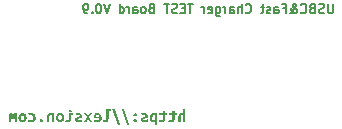
<source format=gbo>
%TF.GenerationSoftware,KiCad,Pcbnew,(6.0.4)*%
%TF.CreationDate,2022-04-23T23:59:39+08:00*%
%TF.ProjectId,USBC_PD_TEST,55534243-5f50-4445-9f54-4553542e6b69,V0.9*%
%TF.SameCoordinates,Original*%
%TF.FileFunction,Legend,Bot*%
%TF.FilePolarity,Positive*%
%FSLAX46Y46*%
G04 Gerber Fmt 4.6, Leading zero omitted, Abs format (unit mm)*
G04 Created by KiCad (PCBNEW (6.0.4)) date 2022-04-23 23:59:39*
%MOMM*%
%LPD*%
G01*
G04 APERTURE LIST*
%ADD10C,0.150000*%
G04 APERTURE END LIST*
D10*
X112066135Y-71083714D02*
X112066135Y-71700571D01*
X112029850Y-71773142D01*
X111993564Y-71809428D01*
X111920993Y-71845714D01*
X111775850Y-71845714D01*
X111703278Y-71809428D01*
X111666993Y-71773142D01*
X111630707Y-71700571D01*
X111630707Y-71083714D01*
X111304135Y-71809428D02*
X111195278Y-71845714D01*
X111013850Y-71845714D01*
X110941278Y-71809428D01*
X110904993Y-71773142D01*
X110868707Y-71700571D01*
X110868707Y-71628000D01*
X110904993Y-71555428D01*
X110941278Y-71519142D01*
X111013850Y-71482857D01*
X111158993Y-71446571D01*
X111231564Y-71410285D01*
X111267850Y-71374000D01*
X111304135Y-71301428D01*
X111304135Y-71228857D01*
X111267850Y-71156285D01*
X111231564Y-71120000D01*
X111158993Y-71083714D01*
X110977564Y-71083714D01*
X110868707Y-71120000D01*
X110288135Y-71446571D02*
X110179278Y-71482857D01*
X110142993Y-71519142D01*
X110106707Y-71591714D01*
X110106707Y-71700571D01*
X110142993Y-71773142D01*
X110179278Y-71809428D01*
X110251850Y-71845714D01*
X110542135Y-71845714D01*
X110542135Y-71083714D01*
X110288135Y-71083714D01*
X110215564Y-71120000D01*
X110179278Y-71156285D01*
X110142993Y-71228857D01*
X110142993Y-71301428D01*
X110179278Y-71374000D01*
X110215564Y-71410285D01*
X110288135Y-71446571D01*
X110542135Y-71446571D01*
X109344707Y-71773142D02*
X109380993Y-71809428D01*
X109489850Y-71845714D01*
X109562421Y-71845714D01*
X109671278Y-71809428D01*
X109743850Y-71736857D01*
X109780135Y-71664285D01*
X109816421Y-71519142D01*
X109816421Y-71410285D01*
X109780135Y-71265142D01*
X109743850Y-71192571D01*
X109671278Y-71120000D01*
X109562421Y-71083714D01*
X109489850Y-71083714D01*
X109380993Y-71120000D01*
X109344707Y-71156285D01*
X108401278Y-71845714D02*
X108437564Y-71845714D01*
X108510135Y-71809428D01*
X108618993Y-71700571D01*
X108800421Y-71482857D01*
X108872993Y-71374000D01*
X108909278Y-71265142D01*
X108909278Y-71192571D01*
X108872993Y-71120000D01*
X108800421Y-71083714D01*
X108764135Y-71083714D01*
X108691564Y-71120000D01*
X108655278Y-71192571D01*
X108655278Y-71228857D01*
X108691564Y-71301428D01*
X108727850Y-71337714D01*
X108945564Y-71482857D01*
X108981850Y-71519142D01*
X109018135Y-71591714D01*
X109018135Y-71700571D01*
X108981850Y-71773142D01*
X108945564Y-71809428D01*
X108872993Y-71845714D01*
X108764135Y-71845714D01*
X108691564Y-71809428D01*
X108655278Y-71773142D01*
X108546421Y-71628000D01*
X108510135Y-71519142D01*
X108510135Y-71446571D01*
X107820707Y-71446571D02*
X108074707Y-71446571D01*
X108074707Y-71845714D02*
X108074707Y-71083714D01*
X107711850Y-71083714D01*
X107094993Y-71845714D02*
X107094993Y-71446571D01*
X107131278Y-71374000D01*
X107203850Y-71337714D01*
X107348993Y-71337714D01*
X107421564Y-71374000D01*
X107094993Y-71809428D02*
X107167564Y-71845714D01*
X107348993Y-71845714D01*
X107421564Y-71809428D01*
X107457850Y-71736857D01*
X107457850Y-71664285D01*
X107421564Y-71591714D01*
X107348993Y-71555428D01*
X107167564Y-71555428D01*
X107094993Y-71519142D01*
X106768421Y-71809428D02*
X106695850Y-71845714D01*
X106550707Y-71845714D01*
X106478135Y-71809428D01*
X106441850Y-71736857D01*
X106441850Y-71700571D01*
X106478135Y-71628000D01*
X106550707Y-71591714D01*
X106659564Y-71591714D01*
X106732135Y-71555428D01*
X106768421Y-71482857D01*
X106768421Y-71446571D01*
X106732135Y-71374000D01*
X106659564Y-71337714D01*
X106550707Y-71337714D01*
X106478135Y-71374000D01*
X106224135Y-71337714D02*
X105933850Y-71337714D01*
X106115278Y-71083714D02*
X106115278Y-71736857D01*
X106078993Y-71809428D01*
X106006421Y-71845714D01*
X105933850Y-71845714D01*
X104663850Y-71773142D02*
X104700135Y-71809428D01*
X104808993Y-71845714D01*
X104881564Y-71845714D01*
X104990421Y-71809428D01*
X105062993Y-71736857D01*
X105099278Y-71664285D01*
X105135564Y-71519142D01*
X105135564Y-71410285D01*
X105099278Y-71265142D01*
X105062993Y-71192571D01*
X104990421Y-71120000D01*
X104881564Y-71083714D01*
X104808993Y-71083714D01*
X104700135Y-71120000D01*
X104663850Y-71156285D01*
X104337278Y-71845714D02*
X104337278Y-71083714D01*
X104010707Y-71845714D02*
X104010707Y-71446571D01*
X104046993Y-71374000D01*
X104119564Y-71337714D01*
X104228421Y-71337714D01*
X104300993Y-71374000D01*
X104337278Y-71410285D01*
X103321278Y-71845714D02*
X103321278Y-71446571D01*
X103357564Y-71374000D01*
X103430135Y-71337714D01*
X103575278Y-71337714D01*
X103647850Y-71374000D01*
X103321278Y-71809428D02*
X103393850Y-71845714D01*
X103575278Y-71845714D01*
X103647850Y-71809428D01*
X103684135Y-71736857D01*
X103684135Y-71664285D01*
X103647850Y-71591714D01*
X103575278Y-71555428D01*
X103393850Y-71555428D01*
X103321278Y-71519142D01*
X102958421Y-71845714D02*
X102958421Y-71337714D01*
X102958421Y-71482857D02*
X102922135Y-71410285D01*
X102885850Y-71374000D01*
X102813278Y-71337714D01*
X102740707Y-71337714D01*
X102160135Y-71337714D02*
X102160135Y-71954571D01*
X102196421Y-72027142D01*
X102232707Y-72063428D01*
X102305278Y-72099714D01*
X102414135Y-72099714D01*
X102486707Y-72063428D01*
X102160135Y-71809428D02*
X102232707Y-71845714D01*
X102377850Y-71845714D01*
X102450421Y-71809428D01*
X102486707Y-71773142D01*
X102522993Y-71700571D01*
X102522993Y-71482857D01*
X102486707Y-71410285D01*
X102450421Y-71374000D01*
X102377850Y-71337714D01*
X102232707Y-71337714D01*
X102160135Y-71374000D01*
X101506993Y-71809428D02*
X101579564Y-71845714D01*
X101724707Y-71845714D01*
X101797278Y-71809428D01*
X101833564Y-71736857D01*
X101833564Y-71446571D01*
X101797278Y-71374000D01*
X101724707Y-71337714D01*
X101579564Y-71337714D01*
X101506993Y-71374000D01*
X101470707Y-71446571D01*
X101470707Y-71519142D01*
X101833564Y-71591714D01*
X101144135Y-71845714D02*
X101144135Y-71337714D01*
X101144135Y-71482857D02*
X101107850Y-71410285D01*
X101071564Y-71374000D01*
X100998993Y-71337714D01*
X100926421Y-71337714D01*
X100200707Y-71083714D02*
X99765278Y-71083714D01*
X99982993Y-71845714D02*
X99982993Y-71083714D01*
X99511278Y-71446571D02*
X99257278Y-71446571D01*
X99148421Y-71845714D02*
X99511278Y-71845714D01*
X99511278Y-71083714D01*
X99148421Y-71083714D01*
X98858135Y-71809428D02*
X98749278Y-71845714D01*
X98567850Y-71845714D01*
X98495278Y-71809428D01*
X98458993Y-71773142D01*
X98422707Y-71700571D01*
X98422707Y-71628000D01*
X98458993Y-71555428D01*
X98495278Y-71519142D01*
X98567850Y-71482857D01*
X98712993Y-71446571D01*
X98785564Y-71410285D01*
X98821850Y-71374000D01*
X98858135Y-71301428D01*
X98858135Y-71228857D01*
X98821850Y-71156285D01*
X98785564Y-71120000D01*
X98712993Y-71083714D01*
X98531564Y-71083714D01*
X98422707Y-71120000D01*
X98204993Y-71083714D02*
X97769564Y-71083714D01*
X97987278Y-71845714D02*
X97987278Y-71083714D01*
X96680993Y-71446571D02*
X96572135Y-71482857D01*
X96535850Y-71519142D01*
X96499564Y-71591714D01*
X96499564Y-71700571D01*
X96535850Y-71773142D01*
X96572135Y-71809428D01*
X96644707Y-71845714D01*
X96934993Y-71845714D01*
X96934993Y-71083714D01*
X96680993Y-71083714D01*
X96608421Y-71120000D01*
X96572135Y-71156285D01*
X96535850Y-71228857D01*
X96535850Y-71301428D01*
X96572135Y-71374000D01*
X96608421Y-71410285D01*
X96680993Y-71446571D01*
X96934993Y-71446571D01*
X96064135Y-71845714D02*
X96136707Y-71809428D01*
X96172993Y-71773142D01*
X96209278Y-71700571D01*
X96209278Y-71482857D01*
X96172993Y-71410285D01*
X96136707Y-71374000D01*
X96064135Y-71337714D01*
X95955278Y-71337714D01*
X95882707Y-71374000D01*
X95846421Y-71410285D01*
X95810135Y-71482857D01*
X95810135Y-71700571D01*
X95846421Y-71773142D01*
X95882707Y-71809428D01*
X95955278Y-71845714D01*
X96064135Y-71845714D01*
X95156993Y-71845714D02*
X95156993Y-71446571D01*
X95193278Y-71374000D01*
X95265850Y-71337714D01*
X95410993Y-71337714D01*
X95483564Y-71374000D01*
X95156993Y-71809428D02*
X95229564Y-71845714D01*
X95410993Y-71845714D01*
X95483564Y-71809428D01*
X95519850Y-71736857D01*
X95519850Y-71664285D01*
X95483564Y-71591714D01*
X95410993Y-71555428D01*
X95229564Y-71555428D01*
X95156993Y-71519142D01*
X94794135Y-71845714D02*
X94794135Y-71337714D01*
X94794135Y-71482857D02*
X94757850Y-71410285D01*
X94721564Y-71374000D01*
X94648993Y-71337714D01*
X94576421Y-71337714D01*
X93995850Y-71845714D02*
X93995850Y-71083714D01*
X93995850Y-71809428D02*
X94068421Y-71845714D01*
X94213564Y-71845714D01*
X94286135Y-71809428D01*
X94322421Y-71773142D01*
X94358707Y-71700571D01*
X94358707Y-71482857D01*
X94322421Y-71410285D01*
X94286135Y-71374000D01*
X94213564Y-71337714D01*
X94068421Y-71337714D01*
X93995850Y-71374000D01*
X93161278Y-71083714D02*
X92907278Y-71845714D01*
X92653278Y-71083714D01*
X92254135Y-71083714D02*
X92181564Y-71083714D01*
X92108993Y-71120000D01*
X92072707Y-71156285D01*
X92036421Y-71228857D01*
X92000135Y-71374000D01*
X92000135Y-71555428D01*
X92036421Y-71700571D01*
X92072707Y-71773142D01*
X92108993Y-71809428D01*
X92181564Y-71845714D01*
X92254135Y-71845714D01*
X92326707Y-71809428D01*
X92362993Y-71773142D01*
X92399278Y-71700571D01*
X92435564Y-71555428D01*
X92435564Y-71374000D01*
X92399278Y-71228857D01*
X92362993Y-71156285D01*
X92326707Y-71120000D01*
X92254135Y-71083714D01*
X91673564Y-71773142D02*
X91637278Y-71809428D01*
X91673564Y-71845714D01*
X91709850Y-71809428D01*
X91673564Y-71773142D01*
X91673564Y-71845714D01*
X91274421Y-71845714D02*
X91129278Y-71845714D01*
X91056707Y-71809428D01*
X91020421Y-71773142D01*
X90947850Y-71664285D01*
X90911564Y-71519142D01*
X90911564Y-71228857D01*
X90947850Y-71156285D01*
X90984135Y-71120000D01*
X91056707Y-71083714D01*
X91201850Y-71083714D01*
X91274421Y-71120000D01*
X91310707Y-71156285D01*
X91346993Y-71228857D01*
X91346993Y-71410285D01*
X91310707Y-71482857D01*
X91274421Y-71519142D01*
X91201850Y-71555428D01*
X91056707Y-71555428D01*
X90984135Y-71519142D01*
X90947850Y-71482857D01*
X90911564Y-71410285D01*
%TO.C,kibuzzard-62641778*%
G36*
X97862100Y-80135412D02*
G01*
X97862100Y-80322737D01*
X98031963Y-80322737D01*
X98031963Y-80484662D01*
X97862100Y-80484662D01*
X97862100Y-80791050D01*
X97857338Y-80875783D01*
X97843050Y-80942656D01*
X97787488Y-81032350D01*
X97698588Y-81075213D01*
X97577938Y-81086325D01*
X97456494Y-81076800D01*
X97339813Y-81045050D01*
X97366800Y-80876775D01*
X97416806Y-80897412D01*
X97461256Y-80909319D01*
X97505706Y-80914875D01*
X97555713Y-80916463D01*
X97601750Y-80911700D01*
X97636675Y-80892650D01*
X97658900Y-80852963D01*
X97666838Y-80786288D01*
X97666838Y-80484662D01*
X97354100Y-80484662D01*
X97354100Y-80322737D01*
X97666838Y-80322737D01*
X97666838Y-80103662D01*
X97862100Y-80135412D01*
G37*
G36*
X88633962Y-80534669D02*
G01*
X88664720Y-80467597D01*
X88706194Y-80410844D01*
X88757391Y-80365203D01*
X88817319Y-80331469D01*
X88884986Y-80310633D01*
X88959400Y-80303687D01*
X89032822Y-80310633D01*
X89100687Y-80331469D01*
X89161211Y-80365203D01*
X89212606Y-80410844D01*
X89254278Y-80467597D01*
X89285631Y-80534669D01*
X89305277Y-80610670D01*
X89311825Y-80694213D01*
X89305475Y-80778945D01*
X89286425Y-80855344D01*
X89255667Y-80922614D01*
X89214194Y-80979963D01*
X89162997Y-81026397D01*
X89103069Y-81060925D01*
X89035005Y-81082356D01*
X88959400Y-81089500D01*
X88883795Y-81082356D01*
X88815731Y-81060925D01*
X88756002Y-81026397D01*
X88705400Y-80979963D01*
X88664522Y-80922614D01*
X88633962Y-80855344D01*
X88614912Y-80778945D01*
X88608681Y-80695800D01*
X88808587Y-80695800D01*
X88818311Y-80786288D01*
X88847481Y-80857725D01*
X88895702Y-80904159D01*
X88962575Y-80919638D01*
X89031036Y-80904159D01*
X89077669Y-80857725D01*
X89104458Y-80786288D01*
X89113387Y-80695800D01*
X89103664Y-80605511D01*
X89074494Y-80534669D01*
X89026273Y-80488830D01*
X88959400Y-80473550D01*
X88890939Y-80488830D01*
X88844306Y-80534669D01*
X88817517Y-80605511D01*
X88808587Y-80695800D01*
X88608681Y-80695800D01*
X88608562Y-80694213D01*
X88614912Y-80610670D01*
X88633962Y-80534669D01*
G37*
G36*
X91335887Y-80556100D02*
G01*
X91500987Y-80322737D01*
X91705775Y-80322737D01*
X91443837Y-80684688D01*
X91516069Y-80778350D01*
X91587506Y-80877569D01*
X91652594Y-80975994D01*
X91707362Y-81068863D01*
X91508925Y-81068863D01*
X91469634Y-80997822D01*
X91431137Y-80933925D01*
X91390656Y-80872806D01*
X91345412Y-80810100D01*
X91306122Y-80864075D01*
X91264450Y-80924400D01*
X91221587Y-80992266D01*
X91178725Y-81068863D01*
X90975525Y-81068863D01*
X91021562Y-80983138D01*
X91081887Y-80883125D01*
X91151737Y-80779144D01*
X91226350Y-80681513D01*
X90985050Y-80322737D01*
X91183487Y-80322737D01*
X91335887Y-80556100D01*
G37*
G36*
X94045750Y-81330800D02*
G01*
X93842550Y-81330800D01*
X93401225Y-79959200D01*
X93601250Y-79959200D01*
X94045750Y-81330800D01*
G37*
G36*
X87425875Y-80813275D02*
G01*
X87471119Y-80840263D01*
X87502869Y-80883919D01*
X87514775Y-80943450D01*
X87502869Y-81004569D01*
X87471119Y-81049019D01*
X87425875Y-81076800D01*
X87371900Y-81086325D01*
X87273475Y-81049813D01*
X87230612Y-80943450D01*
X87273475Y-80840263D01*
X87371900Y-80803750D01*
X87425875Y-80813275D01*
G37*
G36*
X95363375Y-80813275D02*
G01*
X95408619Y-80840263D01*
X95440369Y-80883919D01*
X95452275Y-80943450D01*
X95440369Y-81004569D01*
X95408619Y-81049019D01*
X95363375Y-81076800D01*
X95309400Y-81086325D01*
X95210975Y-81049813D01*
X95168113Y-80943450D01*
X95210975Y-80840263D01*
X95309400Y-80803750D01*
X95363375Y-80813275D01*
G37*
G36*
X86583111Y-80311427D02*
G01*
X86671019Y-80334644D01*
X86744242Y-80371156D01*
X86803575Y-80418781D01*
X86849216Y-80476527D01*
X86881362Y-80543400D01*
X86900412Y-80617219D01*
X86906762Y-80695800D01*
X86900611Y-80775572D01*
X86882156Y-80849788D01*
X86850605Y-80916463D01*
X86805162Y-80973613D01*
X86745433Y-81020444D01*
X86671019Y-81056163D01*
X86581127Y-81078784D01*
X86474962Y-81086325D01*
X86400747Y-81083745D01*
X86336850Y-81076006D01*
X86236837Y-81049813D01*
X86265412Y-80889475D01*
X86356694Y-80910113D01*
X86452737Y-80916463D01*
X86571998Y-80901778D01*
X86650381Y-80857725D01*
X86693839Y-80787875D01*
X86708325Y-80695800D01*
X86695625Y-80606900D01*
X86654350Y-80536256D01*
X86578944Y-80490219D01*
X86462262Y-80473550D01*
X86363044Y-80482281D01*
X86292400Y-80502125D01*
X86249537Y-80344962D01*
X86359075Y-80313212D01*
X86479725Y-80303687D01*
X86583111Y-80311427D01*
G37*
G36*
X85458962Y-80534669D02*
G01*
X85489720Y-80467597D01*
X85531194Y-80410844D01*
X85582391Y-80365203D01*
X85642319Y-80331469D01*
X85709986Y-80310633D01*
X85784400Y-80303687D01*
X85857822Y-80310633D01*
X85925687Y-80331469D01*
X85986211Y-80365203D01*
X86037606Y-80410844D01*
X86079278Y-80467597D01*
X86110631Y-80534669D01*
X86130277Y-80610670D01*
X86136825Y-80694213D01*
X86130475Y-80778945D01*
X86111425Y-80855344D01*
X86080667Y-80922614D01*
X86039194Y-80979963D01*
X85987997Y-81026397D01*
X85928069Y-81060925D01*
X85860005Y-81082356D01*
X85784400Y-81089500D01*
X85708795Y-81082356D01*
X85640731Y-81060925D01*
X85581002Y-81026397D01*
X85530400Y-80979963D01*
X85489522Y-80922614D01*
X85458962Y-80855344D01*
X85439912Y-80778945D01*
X85433681Y-80695800D01*
X85633587Y-80695800D01*
X85643311Y-80786288D01*
X85672481Y-80857725D01*
X85720702Y-80904159D01*
X85787575Y-80919638D01*
X85856036Y-80904159D01*
X85902669Y-80857725D01*
X85929458Y-80786288D01*
X85938387Y-80695800D01*
X85928664Y-80605511D01*
X85899494Y-80534669D01*
X85851273Y-80488830D01*
X85784400Y-80473550D01*
X85715939Y-80488830D01*
X85669306Y-80534669D01*
X85642517Y-80605511D01*
X85633587Y-80695800D01*
X85433681Y-80695800D01*
X85433562Y-80694213D01*
X85439912Y-80610670D01*
X85458962Y-80534669D01*
G37*
G36*
X85220837Y-80324325D02*
G01*
X85343075Y-80351312D01*
X85343075Y-81068863D01*
X85184325Y-81068863D01*
X85184325Y-80483075D01*
X85158131Y-80478312D01*
X85135112Y-80476725D01*
X85086694Y-80506887D01*
X85071612Y-80613250D01*
X85071612Y-80784700D01*
X84912862Y-80784700D01*
X84912862Y-80635475D01*
X84916037Y-80554512D01*
X84923975Y-80487837D01*
X84895400Y-80479106D01*
X84865237Y-80476725D01*
X84840631Y-80481487D01*
X84819994Y-80500537D01*
X84805706Y-80541812D01*
X84800150Y-80613250D01*
X84800150Y-81068863D01*
X84641400Y-81068863D01*
X84641400Y-80622775D01*
X84643384Y-80549948D01*
X84649337Y-80487044D01*
X84680294Y-80391000D01*
X84743000Y-80333850D01*
X84844600Y-80314800D01*
X84920800Y-80328294D01*
X84984300Y-80359250D01*
X85040656Y-80325119D01*
X85114475Y-80314800D01*
X85220837Y-80324325D01*
G37*
G36*
X92476506Y-80791447D02*
G01*
X92455075Y-80868838D01*
X92420348Y-80934520D01*
X92373319Y-80988694D01*
X92314581Y-81031159D01*
X92244731Y-81061719D01*
X92164364Y-81080173D01*
X92074075Y-81086325D01*
X91945487Y-81074419D01*
X91837537Y-81045050D01*
X91864525Y-80878363D01*
X91954219Y-80903763D01*
X92066137Y-80916463D01*
X92152656Y-80905945D01*
X92221713Y-80874394D01*
X92266956Y-80824586D01*
X92282038Y-80759300D01*
X91797850Y-80759300D01*
X91795469Y-80725963D01*
X91794675Y-80686275D01*
X91799807Y-80624362D01*
X91983587Y-80624362D01*
X92282038Y-80624362D01*
X92268544Y-80565625D01*
X92239969Y-80514825D01*
X92193931Y-80479900D01*
X92128050Y-80467200D01*
X92061375Y-80480694D01*
X92016925Y-80516412D01*
X91991525Y-80566419D01*
X91983587Y-80624362D01*
X91799807Y-80624362D01*
X91804200Y-80571358D01*
X91832775Y-80476372D01*
X91880400Y-80401319D01*
X91946369Y-80347079D01*
X92029978Y-80314535D01*
X92131225Y-80303687D01*
X92197106Y-80310037D01*
X92261400Y-80329087D01*
X92321328Y-80360639D01*
X92374113Y-80404494D01*
X92418563Y-80460652D01*
X92453488Y-80529112D01*
X92476109Y-80609678D01*
X92483650Y-80702150D01*
X92476506Y-80791447D01*
G37*
G36*
X90094463Y-80484662D02*
G01*
X89888087Y-80484662D01*
X89888087Y-80759300D01*
X89884912Y-80832722D01*
X89875387Y-80897412D01*
X89831731Y-80999806D01*
X89749181Y-81064100D01*
X89691436Y-81080769D01*
X89621387Y-81086325D01*
X89523756Y-81076006D01*
X89410250Y-81037113D01*
X89435650Y-80879950D01*
X89521375Y-80909319D01*
X89586462Y-80916463D01*
X89668219Y-80883919D01*
X89692825Y-80784700D01*
X89692825Y-80322737D01*
X90094463Y-80322737D01*
X90094463Y-80484662D01*
G37*
G36*
X89911106Y-80016350D02*
G01*
X89946825Y-80108425D01*
X89911106Y-80198912D01*
X89824587Y-80232250D01*
X89737275Y-80198912D01*
X89700762Y-80108425D01*
X89737275Y-80016350D01*
X89824587Y-79983012D01*
X89911106Y-80016350D01*
G37*
G36*
X88254352Y-80310037D02*
G01*
X88334719Y-80319562D01*
X88405561Y-80332659D01*
X88464100Y-80346550D01*
X88464100Y-81068863D01*
X88268837Y-81068863D01*
X88268837Y-80483075D01*
X88223594Y-80478312D01*
X88179937Y-80476725D01*
X88083100Y-80522762D01*
X88065241Y-80583484D01*
X88059287Y-80673575D01*
X88059287Y-81068863D01*
X87864025Y-81068863D01*
X87864025Y-80648175D01*
X87867597Y-80575348D01*
X87878312Y-80509269D01*
X87926731Y-80401319D01*
X88019600Y-80331469D01*
X88085878Y-80313014D01*
X88167237Y-80306862D01*
X88254352Y-80310037D01*
G37*
G36*
X90599684Y-80308252D02*
G01*
X90665962Y-80321944D01*
X90765181Y-80372744D01*
X90822331Y-80447356D01*
X90840587Y-80537050D01*
X90816775Y-80634681D01*
X90756450Y-80698975D01*
X90675487Y-80741044D01*
X90588175Y-80770413D01*
X90530231Y-80789463D01*
X90481019Y-80809306D01*
X90447681Y-80833913D01*
X90435775Y-80868838D01*
X90473875Y-80910906D01*
X90583412Y-80921225D01*
X90711206Y-80902175D01*
X90829475Y-80860900D01*
X90859637Y-81024413D01*
X90750100Y-81064100D01*
X90674694Y-81080769D01*
X90585000Y-81086325D01*
X90497291Y-81081959D01*
X90424662Y-81068863D01*
X90319094Y-81021238D01*
X90261150Y-80949800D01*
X90243687Y-80862488D01*
X90267500Y-80763269D01*
X90328619Y-80696594D01*
X90411962Y-80652938D01*
X90500862Y-80621187D01*
X90557219Y-80601344D01*
X90603256Y-80579912D01*
X90635006Y-80555306D01*
X90646912Y-80524350D01*
X90620719Y-80485456D01*
X90519912Y-80467200D01*
X90391325Y-80485456D01*
X90307187Y-80511650D01*
X90277025Y-80346550D01*
X90385769Y-80314800D01*
X90451055Y-80306466D01*
X90521500Y-80303687D01*
X90599684Y-80308252D01*
G37*
G36*
X96155934Y-80308252D02*
G01*
X96222213Y-80321944D01*
X96321431Y-80372744D01*
X96378581Y-80447356D01*
X96396838Y-80537050D01*
X96373025Y-80634681D01*
X96312700Y-80698975D01*
X96231738Y-80741044D01*
X96144425Y-80770413D01*
X96086481Y-80789463D01*
X96037269Y-80809306D01*
X96003931Y-80833913D01*
X95992025Y-80868838D01*
X96030125Y-80910906D01*
X96139663Y-80921225D01*
X96267456Y-80902175D01*
X96385725Y-80860900D01*
X96415888Y-81024413D01*
X96306350Y-81064100D01*
X96230944Y-81080769D01*
X96141250Y-81086325D01*
X96053541Y-81081959D01*
X95980913Y-81068863D01*
X95875344Y-81021238D01*
X95817400Y-80949800D01*
X95799938Y-80862488D01*
X95823750Y-80763269D01*
X95884869Y-80696594D01*
X95968213Y-80652938D01*
X96057113Y-80621187D01*
X96113469Y-80601344D01*
X96159506Y-80579912D01*
X96191256Y-80555306D01*
X96203163Y-80524350D01*
X96176969Y-80485456D01*
X96076163Y-80467200D01*
X95947575Y-80485456D01*
X95863438Y-80511650D01*
X95833275Y-80346550D01*
X95942019Y-80314800D01*
X96007305Y-80306466D01*
X96077750Y-80303687D01*
X96155934Y-80308252D01*
G37*
G36*
X96591747Y-80489778D02*
G01*
X96642900Y-80411637D01*
X96713279Y-80353429D01*
X96801650Y-80318504D01*
X96908013Y-80306862D01*
X96984808Y-80309641D01*
X97062794Y-80317975D01*
X97135223Y-80330675D01*
X97195350Y-80346550D01*
X97195350Y-81330800D01*
X97000088Y-81330800D01*
X97000088Y-81049813D01*
X96921903Y-81077197D01*
X96846100Y-81086325D01*
X96777441Y-81079181D01*
X96717513Y-81057750D01*
X96625438Y-80977581D01*
X96593291Y-80920828D01*
X96569875Y-80853756D01*
X96555588Y-80778152D01*
X96551192Y-80702150D01*
X96749263Y-80702150D01*
X96757597Y-80793630D01*
X96782600Y-80861694D01*
X96825066Y-80903961D01*
X96885788Y-80918050D01*
X96949288Y-80910113D01*
X97000088Y-80889475D01*
X97000088Y-80479900D01*
X96957225Y-80475931D01*
X96909600Y-80473550D01*
X96838956Y-80489623D01*
X96788950Y-80537844D01*
X96759184Y-80611067D01*
X96749263Y-80702150D01*
X96551192Y-80702150D01*
X96550825Y-80695800D01*
X96561056Y-80584499D01*
X96591747Y-80489778D01*
G37*
G36*
X94839500Y-81330800D02*
G01*
X94636300Y-81330800D01*
X94194975Y-79959200D01*
X94395000Y-79959200D01*
X94839500Y-81330800D01*
G37*
G36*
X95363375Y-80332262D02*
G01*
X95408619Y-80359250D01*
X95440369Y-80402906D01*
X95452275Y-80462437D01*
X95440369Y-80523556D01*
X95408619Y-80568006D01*
X95363375Y-80595787D01*
X95309400Y-80605312D01*
X95210975Y-80568800D01*
X95168113Y-80462437D01*
X95210975Y-80359250D01*
X95309400Y-80322737D01*
X95363375Y-80332262D01*
G37*
G36*
X98655850Y-80135412D02*
G01*
X98655850Y-80322737D01*
X98825713Y-80322737D01*
X98825713Y-80484662D01*
X98655850Y-80484662D01*
X98655850Y-80791050D01*
X98651088Y-80875783D01*
X98636800Y-80942656D01*
X98581238Y-81032350D01*
X98492338Y-81075213D01*
X98371688Y-81086325D01*
X98250244Y-81076800D01*
X98133563Y-81045050D01*
X98160550Y-80876775D01*
X98210556Y-80897412D01*
X98255006Y-80909319D01*
X98299456Y-80914875D01*
X98349463Y-80916463D01*
X98395500Y-80911700D01*
X98430425Y-80892650D01*
X98452650Y-80852963D01*
X98460588Y-80786288D01*
X98460588Y-80484662D01*
X98147850Y-80484662D01*
X98147850Y-80322737D01*
X98460588Y-80322737D01*
X98460588Y-80103662D01*
X98655850Y-80135412D01*
G37*
G36*
X99576600Y-80000475D02*
G01*
X99576600Y-81068863D01*
X99381338Y-81068863D01*
X99381338Y-80494187D01*
X99339269Y-80483075D01*
X99286088Y-80476725D01*
X99195600Y-80522762D01*
X99177741Y-80583484D01*
X99171788Y-80673575D01*
X99171788Y-81068863D01*
X98976525Y-81068863D01*
X98976525Y-80648175D01*
X98980097Y-80575348D01*
X98990813Y-80509269D01*
X99038438Y-80401319D01*
X99127338Y-80331469D01*
X99189647Y-80313014D01*
X99265450Y-80306862D01*
X99324188Y-80314006D01*
X99381338Y-80329087D01*
X99381338Y-79967137D01*
X99576600Y-80000475D01*
G37*
G36*
X93269463Y-80138587D02*
G01*
X93063088Y-80138587D01*
X93063088Y-80772000D01*
X93047609Y-80907533D01*
X93001175Y-81006156D01*
X92921006Y-81066283D01*
X92804325Y-81086325D01*
X92716219Y-81079975D01*
X92650338Y-81064894D01*
X92606681Y-81048225D01*
X92585250Y-81037113D01*
X92610650Y-80879950D01*
X92663038Y-80900588D01*
X92761463Y-80916463D01*
X92837663Y-80889475D01*
X92867825Y-80786288D01*
X92867825Y-79976662D01*
X93269463Y-79976662D01*
X93269463Y-80138587D01*
G37*
%TD*%
M02*

</source>
